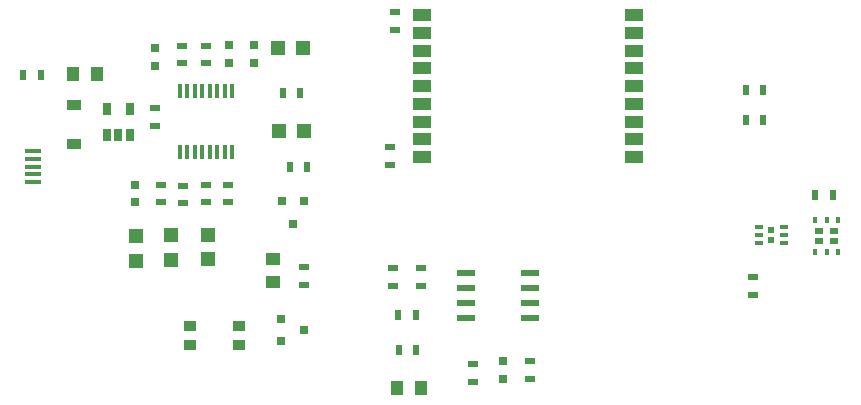
<source format=gbr>
G04 #@! TF.FileFunction,Paste,Top*
%FSLAX46Y46*%
G04 Gerber Fmt 4.6, Leading zero omitted, Abs format (unit mm)*
G04 Created by KiCad (PCBNEW 4.0.2-4+6225~38~ubuntu15.10.1-stable) date Thu 31 Mar 2016 01:19:07 PM CDT*
%MOMM*%
G01*
G04 APERTURE LIST*
%ADD10C,0.100000*%
%ADD11R,1.500000X1.000000*%
%ADD12R,1.220000X0.910000*%
%ADD13R,0.650000X1.060000*%
%ADD14R,1.350000X0.400000*%
%ADD15R,0.900000X0.500000*%
%ADD16R,0.750000X0.800000*%
%ADD17R,1.198880X1.198880*%
%ADD18R,0.800100X0.800100*%
%ADD19R,0.500000X0.900000*%
%ADD20R,1.000000X0.900000*%
%ADD21R,1.550000X0.600000*%
%ADD22R,0.400000X1.200000*%
%ADD23R,0.650000X0.350000*%
%ADD24R,0.600000X0.480000*%
%ADD25R,0.450000X0.630000*%
%ADD26R,0.780000X0.510000*%
%ADD27R,1.250000X1.000000*%
%ADD28R,1.000000X1.250000*%
G04 APERTURE END LIST*
D10*
D11*
X159275000Y-65650000D03*
X159275000Y-67150000D03*
X159275000Y-68650000D03*
X159275000Y-64150000D03*
X159275000Y-62650000D03*
X159275000Y-61150000D03*
X159275000Y-56650000D03*
X159275000Y-58150000D03*
X159275000Y-59650000D03*
X177275000Y-59650000D03*
X177275000Y-58150000D03*
X177275000Y-56650000D03*
X177275000Y-61150000D03*
X177275000Y-62650000D03*
X177275000Y-64150000D03*
X177275000Y-68650000D03*
X177275000Y-67150000D03*
X177275000Y-65650000D03*
D12*
X129794000Y-64262000D03*
X129794000Y-67532000D03*
D13*
X132636000Y-66809000D03*
X133586000Y-66809000D03*
X134536000Y-66809000D03*
X134536000Y-64609000D03*
X132636000Y-64609000D03*
D14*
X126380000Y-68170000D03*
X126380000Y-68820000D03*
X126380000Y-69470000D03*
X126380000Y-70120000D03*
X126380000Y-70770000D03*
D15*
X156880000Y-78060000D03*
X156880000Y-79560000D03*
D16*
X166116000Y-85900000D03*
X166116000Y-87400000D03*
X135007390Y-72475558D03*
X135007390Y-70975558D03*
X136652000Y-59436000D03*
X136652000Y-60936000D03*
D17*
X149323040Y-66450000D03*
X147225000Y-66450000D03*
X138075000Y-77349020D03*
X138075000Y-75250980D03*
X135050000Y-77423040D03*
X135050000Y-75325000D03*
X147126960Y-59450000D03*
X149225000Y-59450000D03*
X141175000Y-77323040D03*
X141175000Y-75225000D03*
D15*
X136652000Y-64516000D03*
X136652000Y-66016000D03*
D18*
X147335240Y-82362000D03*
X147335240Y-84262000D03*
X149334220Y-83312000D03*
X149325000Y-72350000D03*
X147425000Y-72350000D03*
X148375000Y-74348980D03*
D19*
X148075000Y-69475000D03*
X149575000Y-69475000D03*
D15*
X137157390Y-70975558D03*
X137157390Y-72475558D03*
D19*
X127050000Y-61700000D03*
X125550000Y-61700000D03*
D15*
X138938000Y-60706000D03*
X138938000Y-59206000D03*
D19*
X194056000Y-71882000D03*
X192556000Y-71882000D03*
D15*
X149280000Y-77990000D03*
X149280000Y-79490000D03*
X159190000Y-79560000D03*
X159190000Y-78060000D03*
D19*
X147500000Y-63200000D03*
X149000000Y-63200000D03*
X157320000Y-85000000D03*
X158820000Y-85000000D03*
D15*
X168402000Y-87400000D03*
X168402000Y-85900000D03*
X163576000Y-86154000D03*
X163576000Y-87654000D03*
D19*
X158790000Y-82000000D03*
X157290000Y-82000000D03*
X186690000Y-62992000D03*
X188190000Y-62992000D03*
D15*
X141007390Y-72475558D03*
X141007390Y-70975558D03*
X139057390Y-72575558D03*
X139057390Y-71075558D03*
X140970000Y-59206000D03*
X140970000Y-60706000D03*
X142907390Y-72475558D03*
X142907390Y-70975558D03*
D19*
X186690000Y-65532000D03*
X188190000Y-65532000D03*
D15*
X187325000Y-78825000D03*
X187325000Y-80325000D03*
D20*
X139660000Y-82970000D03*
X139660000Y-84570000D03*
X143760000Y-82970000D03*
X143760000Y-84570000D03*
D21*
X163002000Y-78486000D03*
X163002000Y-79756000D03*
X163002000Y-81026000D03*
X163002000Y-82296000D03*
X168402000Y-82296000D03*
X168402000Y-81026000D03*
X168402000Y-79756000D03*
X168402000Y-78486000D03*
D22*
X143225000Y-63025000D03*
X142590000Y-63025000D03*
X141955000Y-63025000D03*
X141320000Y-63025000D03*
X140685000Y-63025000D03*
X140050000Y-63025000D03*
X139415000Y-63025000D03*
X138780000Y-63025000D03*
X138780000Y-68225000D03*
X139415000Y-68225000D03*
X140050000Y-68225000D03*
X140685000Y-68225000D03*
X141320000Y-68225000D03*
X141955000Y-68225000D03*
X142590000Y-68225000D03*
X143225000Y-68225000D03*
D23*
X187825000Y-74600000D03*
X187825000Y-75250000D03*
X187825000Y-75900000D03*
X189925000Y-75900000D03*
X189925000Y-75250000D03*
X189925000Y-74600000D03*
D24*
X188875000Y-75650000D03*
X188875000Y-74850000D03*
D25*
X192598000Y-76695000D03*
X193548000Y-76695000D03*
X194498000Y-76695000D03*
X194498000Y-74015000D03*
X193548000Y-74015000D03*
X192598000Y-74015000D03*
D26*
X194198000Y-74930000D03*
X192898000Y-74930000D03*
X194198000Y-75780000D03*
X192898000Y-75780000D03*
D15*
X156575000Y-69300000D03*
X156575000Y-67800000D03*
X156972000Y-57888000D03*
X156972000Y-56388000D03*
D27*
X146650000Y-79250000D03*
X146650000Y-77250000D03*
D28*
X129750000Y-61650000D03*
X131750000Y-61650000D03*
D16*
X145050000Y-60650000D03*
X145050000Y-59150000D03*
X142950000Y-60650000D03*
X142950000Y-59150000D03*
D28*
X157200000Y-88200000D03*
X159200000Y-88200000D03*
M02*

</source>
